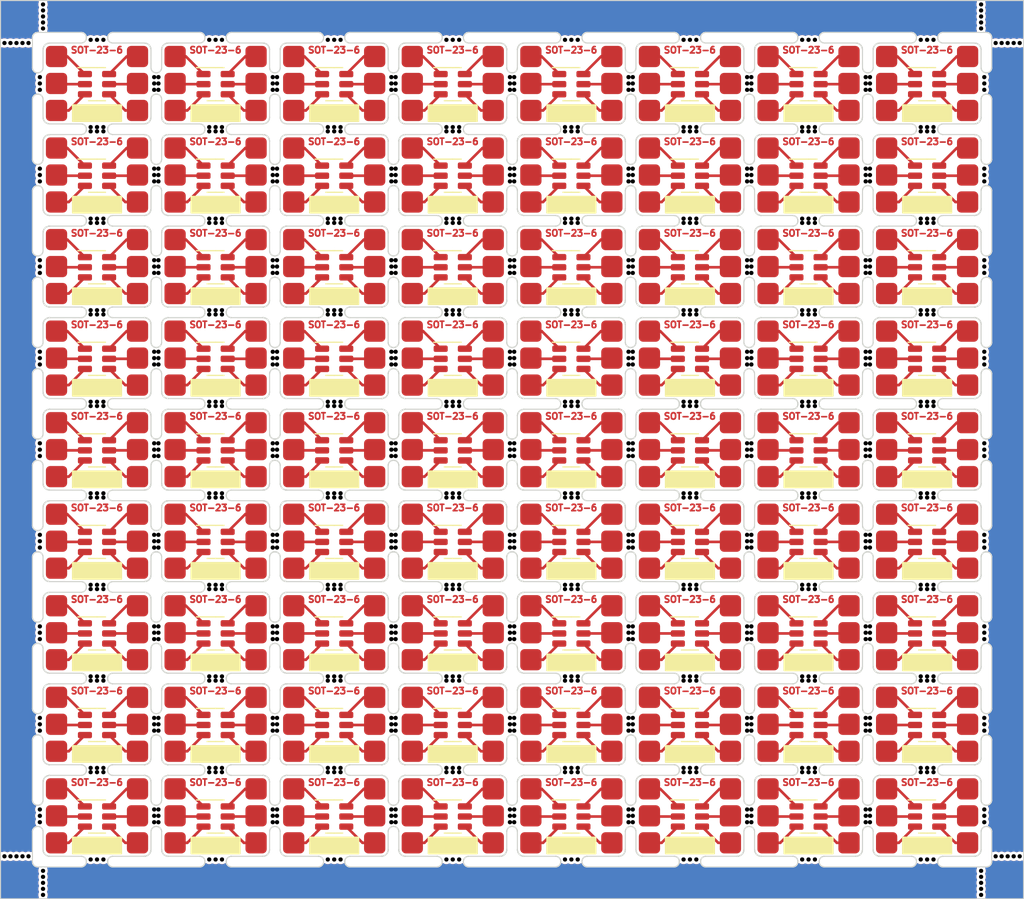
<source format=kicad_pcb>
(kicad_pcb (version 20221018) (generator pcbnew)

  (general
    (thickness 1.6)
  )

  (paper "A4")
  (layers
    (0 "F.Cu" signal)
    (31 "B.Cu" signal)
    (32 "B.Adhes" user "B.Adhesive")
    (33 "F.Adhes" user "F.Adhesive")
    (34 "B.Paste" user)
    (35 "F.Paste" user)
    (36 "B.SilkS" user "B.Silkscreen")
    (37 "F.SilkS" user "F.Silkscreen")
    (38 "B.Mask" user)
    (39 "F.Mask" user)
    (40 "Dwgs.User" user "User.Drawings")
    (41 "Cmts.User" user "User.Comments")
    (42 "Eco1.User" user "User.Eco1")
    (43 "Eco2.User" user "User.Eco2")
    (44 "Edge.Cuts" user)
    (45 "Margin" user)
    (46 "B.CrtYd" user "B.Courtyard")
    (47 "F.CrtYd" user "F.Courtyard")
    (48 "B.Fab" user)
    (49 "F.Fab" user)
    (50 "User.1" user)
    (51 "User.2" user)
    (52 "User.3" user)
    (53 "User.4" user)
    (54 "User.5" user)
    (55 "User.6" user)
    (56 "User.7" user)
    (57 "User.8" user)
    (58 "User.9" user)
  )

  (setup
    (pad_to_mask_clearance 0)
    (aux_axis_origin 100.36 20)
    (grid_origin 100.36 20)
    (pcbplotparams
      (layerselection 0x00010fc_ffffffff)
      (plot_on_all_layers_selection 0x0000000_00000000)
      (disableapertmacros false)
      (usegerberextensions false)
      (usegerberattributes true)
      (usegerberadvancedattributes true)
      (creategerberjobfile true)
      (dashed_line_dash_ratio 12.000000)
      (dashed_line_gap_ratio 3.000000)
      (svgprecision 4)
      (plotframeref false)
      (viasonmask false)
      (mode 1)
      (useauxorigin false)
      (hpglpennumber 1)
      (hpglpenspeed 20)
      (hpglpendiameter 15.000000)
      (dxfpolygonmode true)
      (dxfimperialunits true)
      (dxfusepcbnewfont true)
      (psnegative false)
      (psa4output false)
      (plotreference true)
      (plotvalue true)
      (plotinvisibletext false)
      (sketchpadsonfab false)
      (subtractmaskfromsilk false)
      (outputformat 1)
      (mirror false)
      (drillshape 1)
      (scaleselection 1)
      (outputdirectory "")
    )
  )

  (net 0 "")
  (net 1 "Board_0-Net-(J1-Pin_1)")
  (net 2 "Board_0-Net-(J2-Pin_1)")
  (net 3 "Board_0-Net-(J3-Pin_1)")
  (net 4 "Board_0-Net-(J4-Pin_1)")
  (net 5 "Board_0-Net-(J5-Pin_1)")
  (net 6 "Board_0-Net-(J6-Pin_1)")
  (net 7 "Board_1-Net-(J1-Pin_1)")
  (net 8 "Board_1-Net-(J2-Pin_1)")
  (net 9 "Board_1-Net-(J3-Pin_1)")
  (net 10 "Board_1-Net-(J4-Pin_1)")
  (net 11 "Board_1-Net-(J5-Pin_1)")
  (net 12 "Board_1-Net-(J6-Pin_1)")
  (net 13 "Board_2-Net-(J1-Pin_1)")
  (net 14 "Board_2-Net-(J2-Pin_1)")
  (net 15 "Board_2-Net-(J3-Pin_1)")
  (net 16 "Board_2-Net-(J4-Pin_1)")
  (net 17 "Board_2-Net-(J5-Pin_1)")
  (net 18 "Board_2-Net-(J6-Pin_1)")
  (net 19 "Board_3-Net-(J1-Pin_1)")
  (net 20 "Board_3-Net-(J2-Pin_1)")
  (net 21 "Board_3-Net-(J3-Pin_1)")
  (net 22 "Board_3-Net-(J4-Pin_1)")
  (net 23 "Board_3-Net-(J5-Pin_1)")
  (net 24 "Board_3-Net-(J6-Pin_1)")
  (net 25 "Board_4-Net-(J1-Pin_1)")
  (net 26 "Board_4-Net-(J2-Pin_1)")
  (net 27 "Board_4-Net-(J3-Pin_1)")
  (net 28 "Board_4-Net-(J4-Pin_1)")
  (net 29 "Board_4-Net-(J5-Pin_1)")
  (net 30 "Board_4-Net-(J6-Pin_1)")
  (net 31 "Board_5-Net-(J1-Pin_1)")
  (net 32 "Board_5-Net-(J2-Pin_1)")
  (net 33 "Board_5-Net-(J3-Pin_1)")
  (net 34 "Board_5-Net-(J4-Pin_1)")
  (net 35 "Board_5-Net-(J5-Pin_1)")
  (net 36 "Board_5-Net-(J6-Pin_1)")
  (net 37 "Board_6-Net-(J1-Pin_1)")
  (net 38 "Board_6-Net-(J2-Pin_1)")
  (net 39 "Board_6-Net-(J3-Pin_1)")
  (net 40 "Board_6-Net-(J4-Pin_1)")
  (net 41 "Board_6-Net-(J5-Pin_1)")
  (net 42 "Board_6-Net-(J6-Pin_1)")
  (net 43 "Board_7-Net-(J1-Pin_1)")
  (net 44 "Board_7-Net-(J2-Pin_1)")
  (net 45 "Board_7-Net-(J3-Pin_1)")
  (net 46 "Board_7-Net-(J4-Pin_1)")
  (net 47 "Board_7-Net-(J5-Pin_1)")
  (net 48 "Board_7-Net-(J6-Pin_1)")
  (net 49 "Board_8-Net-(J1-Pin_1)")
  (net 50 "Board_8-Net-(J2-Pin_1)")
  (net 51 "Board_8-Net-(J3-Pin_1)")
  (net 52 "Board_8-Net-(J4-Pin_1)")
  (net 53 "Board_8-Net-(J5-Pin_1)")
  (net 54 "Board_8-Net-(J6-Pin_1)")
  (net 55 "Board_9-Net-(J1-Pin_1)")
  (net 56 "Board_9-Net-(J2-Pin_1)")
  (net 57 "Board_9-Net-(J3-Pin_1)")
  (net 58 "Board_9-Net-(J4-Pin_1)")
  (net 59 "Board_9-Net-(J5-Pin_1)")
  (net 60 "Board_9-Net-(J6-Pin_1)")
  (net 61 "Board_10-Net-(J1-Pin_1)")
  (net 62 "Board_10-Net-(J2-Pin_1)")
  (net 63 "Board_10-Net-(J3-Pin_1)")
  (net 64 "Board_10-Net-(J4-Pin_1)")
  (net 65 "Board_10-Net-(J5-Pin_1)")
  (net 66 "Board_10-Net-(J6-Pin_1)")
  (net 67 "Board_11-Net-(J1-Pin_1)")
  (net 68 "Board_11-Net-(J2-Pin_1)")
  (net 69 "Board_11-Net-(J3-Pin_1)")
  (net 70 "Board_11-Net-(J4-Pin_1)")
  (net 71 "Board_11-Net-(J5-Pin_1)")
  (net 72 "Board_11-Net-(J6-Pin_1)")
  (net 73 "Board_12-Net-(J1-Pin_1)")
  (net 74 "Board_12-Net-(J2-Pin_1)")
  (net 75 "Board_12-Net-(J3-Pin_1)")
  (net 76 "Board_12-Net-(J4-Pin_1)")
  (net 77 "Board_12-Net-(J5-Pin_1)")
  (net 78 "Board_12-Net-(J6-Pin_1)")
  (net 79 "Board_13-Net-(J1-Pin_1)")
  (net 80 "Board_13-Net-(J2-Pin_1)")
  (net 81 "Board_13-Net-(J3-Pin_1)")
  (net 82 "Board_13-Net-(J4-Pin_1)")
  (net 83 "Board_13-Net-(J5-Pin_1)")
  (net 84 "Board_13-Net-(J6-Pin_1)")
  (net 85 "Board_14-Net-(J1-Pin_1)")
  (net 86 "Board_14-Net-(J2-Pin_1)")
  (net 87 "Board_14-Net-(J3-Pin_1)")
  (net 88 "Board_14-Net-(J4-Pin_1)")
  (net 89 "Board_14-Net-(J5-Pin_1)")
  (net 90 "Board_14-Net-(J6-Pin_1)")
  (net 91 "Board_15-Net-(J1-Pin_1)")
  (net 92 "Board_15-Net-(J2-Pin_1)")
  (net 93 "Board_15-Net-(J3-Pin_1)")
  (net 94 "Board_15-Net-(J4-Pin_1)")
  (net 95 "Board_15-Net-(J5-Pin_1)")
  (net 96 "Board_15-Net-(J6-Pin_1)")
  (net 97 "Board_16-Net-(J1-Pin_1)")
  (net 98 "Board_16-Net-(J2-Pin_1)")
  (net 99 "Board_16-Net-(J3-Pin_1)")
  (net 100 "Board_16-Net-(J4-Pin_1)")
  (net 101 "Board_16-Net-(J5-Pin_1)")
  (net 102 "Board_16-Net-(J6-Pin_1)")
  (net 103 "Board_17-Net-(J1-Pin_1)")
  (net 104 "Board_17-Net-(J2-Pin_1)")
  (net 105 "Board_17-Net-(J3-Pin_1)")
  (net 106 "Board_17-Net-(J4-Pin_1)")
  (net 107 "Board_17-Net-(J5-Pin_1)")
  (net 108 "Board_17-Net-(J6-Pin_1)")
  (net 109 "Board_18-Net-(J1-Pin_1)")
  (net 110 "Board_18-Net-(J2-Pin_1)")
  (net 111 "Board_18-Net-(J3-Pin_1)")
  (net 112 "Board_18-Net-(J4-Pin_1)")
  (net 113 "Board_18-Net-(J5-Pin_1)")
  (net 114 "Board_18-Net-(J6-Pin_1)")
  (net 115 "Board_19-Net-(J1-Pin_1)")
  (net 116 "Board_19-Net-(J2-Pin_1)")
  (net 117 "Board_19-Net-(J3-Pin_1)")
  (net 118 "Board_19-Net-(J4-Pin_1)")
  (net 119 "Board_19-Net-(J5-Pin_1)")
  (net 120 "Board_19-Net-(J6-Pin_1)")
  (net 121 "Board_20-Net-(J1-Pin_1)")
  (net 122 "Board_20-Net-(J2-Pin_1)")
  (net 123 "Board_20-Net-(J3-Pin_1)")
  (net 124 "Board_20-Net-(J4-Pin_1)")
  (net 125 "Board_20-Net-(J5-Pin_1)")
  (net 126 "Board_20-Net-(J6-Pin_1)")
  (net 127 "Board_21-Net-(J1-Pin_1)")
  (net 128 "Board_21-Net-(J2-Pin_1)")
  (net 129 "Board_21-Net-(J3-Pin_1)")
  (net 130 "Board_21-Net-(J4-Pin_1)")
  (net 131 "Board_21-Net-(J5-Pin_1)")
  (net 132 "Board_21-Net-(J6-Pin_1)")
  (net 133 "Board_22-Net-(J1-Pin_1)")
  (net 134 "Board_22-Net-(J2-Pin_1)")
  (net 135 "Board_22-Net-(J3-Pin_1)")
  (net 136 "Board_22-Net-(J4-Pin_1)")
  (net 137 "Board_22-Net-(J5-Pin_1)")
  (net 138 "Board_22-Net-(J6-Pin_1)")
  (net 139 "Board_23-Net-(J1-Pin_1)")
  (net 140 "Board_23-Net-(J2-Pin_1)")
  (net 141 "Board_23-Net-(J3-Pin_1)")
  (net 142 "Board_23-Net-(J4-Pin_1)")
  (net 143 "Board_23-Net-(J5-Pin_1)")
  (net 144 "Board_23-Net-(J6-Pin_1)")
  (net 145 "Board_24-Net-(J1-Pin_1)")
  (net 146 "Board_24-Net-(J2-Pin_1)")
  (net 147 "Board_24-Net-(J3-Pin_1)")
  (net 148 "Board_24-Net-(J4-Pin_1)")
  (net 149 "Board_24-Net-(J5-Pin_1)")
  (net 150 "Board_24-Net-(J6-Pin_1)")
  (net 151 "Board_25-Net-(J1-Pin_1)")
  (net 152 "Board_25-Net-(J2-Pin_1)")
  (net 153 "Board_25-Net-(J3-Pin_1)")
  (net 154 "Board_25-Net-(J4-Pin_1)")
  (net 155 "Board_25-Net-(J5-Pin_1)")
  (net 156 "Board_25-Net-(J6-Pin_1)")
  (net 157 "Board_26-Net-(J1-Pin_1)")
  (net 158 "Board_26-Net-(J2-Pin_1)")
  (net 159 "Board_26-Net-(J3-Pin_1)")
  (net 160 "Board_26-Net-(J4-Pin_1)")
  (net 161 "Board_26-Net-(J5-Pin_1)")
  (net 162 "Board_26-Net-(J6-Pin_1)")
  (net 163 "Board_27-Net-(J1-Pin_1)")
  (net 164 "Board_27-Net-(J2-Pin_1)")
  (net 165 "Board_27-Net-(J3-Pin_1)")
  (net 166 "Board_27-Net-(J4-Pin_1)")
  (net 167 "Board_27-Net-(J5-Pin_1)")
  (net 168 "Board_27-Net-(J6-Pin_1)")
  (net 169 "Board_28-Net-(J1-Pin_1)")
  (net 170 "Board_28-Net-(J2-Pin_1)")
  (net 171 "Board_28-Net-(J3-Pin_1)")
  (net 172 "Board_28-Net-(J4-Pin_1)")
  (net 173 "Board_28-Net-(J5-Pin_1)")
  (net 174 "Board_28-Net-(J6-Pin_1)")
  (net 175 "Board_29-Net-(J1-Pin_1)")
  (net 176 "Board_29-Net-(J2-Pin_1)")
  (net 177 "Board_29-Net-(J3-Pin_1)")
  (net 178 "Board_29-Net-(J4-Pin_1)")
  (net 179 "Board_29-Net-(J5-Pin_1)")
  (net 180 "Board_29-Net-(J6-Pin_1)")
  (net 181 "Board_30-Net-(J1-Pin_1)")
  (net 182 "Board_30-Net-(J2-Pin_1)")
  (net 183 "Board_30-Net-(J3-Pin_1)")
  (net 184 "Board_30-Net-(J4-Pin_1)")
  (net 185 "Board_30-Net-(J5-Pin_1)")
  (net 186 "Board_30-Net-(J6-Pin_1)")
  (net 187 "Board_31-Net-(J1-Pin_1)")
  (net 188 "Board_31-Net-(J2-Pin_1)")
  (net 189 "Board_31-Net-(J3-Pin_1)")
  (net 190 "Board_31-Net-(J4-Pin_1)")
  (net 191 "Board_31-Net-(J5-Pin_1)")
  (net 192 "Board_31-Net-(J6-Pin_1)")
  (net 193 "Board_32-Net-(J1-Pin_1)")
  (net 194 "Board_32-Net-(J2-Pin_1)")
  (net 195 "Board_32-Net-(J3-Pin_1)")
  (net 196 "Board_32-Net-(J4-Pin_1)")
  (net 197 "Board_32-Net-(J5-Pin_1)")
  (net 198 "Board_32-Net-(J6-Pin_1)")
  (net 199 "Board_33-Net-(J1-Pin_1)")
  (net 200 "Board_33-Net-(J2-Pin_1)")
  (net 201 "Board_33-Net-(J3-Pin_1)")
  (net 202 "Board_33-Net-(J4-Pin_1)")
  (net 203 "Board_33-Net-(J5-Pin_1)")
  (net 204 "Board_33-Net-(J6-Pin_1)")
  (net 205 "Board_34-Net-(J1-Pin_1)")
  (net 206 "Board_34-Net-(J2-Pin_1)")
  (net 207 "Board_34-Net-(J3-Pin_1)")
  (net 208 "Board_34-Net-(J4-Pin_1)")
  (net 209 "Board_34-Net-(J5-Pin_1)")
  (net 210 "Board_34-Net-(J6-Pin_1)")
  (net 211 "Board_35-Net-(J1-Pin_1)")
  (net 212 "Board_35-Net-(J2-Pin_1)")
  (net 213 "Board_35-Net-(J3-Pin_1)")
  (net 214 "Board_35-Net-(J4-Pin_1)")
  (net 215 "Board_35-Net-(J5-Pin_1)")
  (net 216 "Board_35-Net-(J6-Pin_1)")
  (net 217 "Board_36-Net-(J1-Pin_1)")
  (net 218 "Board_36-Net-(J2-Pin_1)")
  (net 219 "Board_36-Net-(J3-Pin_1)")
  (net 220 "Board_36-Net-(J4-Pin_1)")
  (net 221 "Board_36-Net-(J5-Pin_1)")
  (net 222 "Board_36-Net-(J6-Pin_1)")
  (net 223 "Board_37-Net-(J1-Pin_1)")
  (net 224 "Board_37-Net-(J2-Pin_1)")
  (net 225 "Board_37-Net-(J3-Pin_1)")
  (net 226 "Board_37-Net-(J4-Pin_1)")
  (net 227 "Board_37-Net-(J5-Pin_1)")
  (net 228 "Board_37-Net-(J6-Pin_1)")
  (net 229 "Board_38-Net-(J1-Pin_1)")
  (net 230 "Board_38-Net-(J2-Pin_1)")
  (net 231 "Board_38-Net-(J3-Pin_1)")
  (net 232 "Board_38-Net-(J4-Pin_1)")
  (net 233 "Board_38-Net-(J5-Pin_1)")
  (net 234 "Board_38-Net-(J6-Pin_1)")
  (net 235 "Board_39-Net-(J1-Pin_1)")
  (net 236 "Board_39-Net-(J2-Pin_1)")
  (net 237 "Board_39-Net-(J3-Pin_1)")
  (net 238 "Board_39-Net-(J4-Pin_1)")
  (net 239 "Board_39-Net-(J5-Pin_1)")
  (net 240 "Board_39-Net-(J6-Pin_1)")
  (net 241 "Board_40-Net-(J1-Pin_1)")
  (net 242 "Board_40-Net-(J2-Pin_1)")
  (net 243 "Board_40-Net-(J3-Pin_1)")
  (net 244 "Board_40-Net-(J4-Pin_1)")
  (net 245 "Board_40-Net-(J5-Pin_1)")
  (net 246 "Board_40-Net-(J6-Pin_1)")
  (net 247 "Board_41-Net-(J1-Pin_1)")
  (net 248 "Board_41-Net-(J2-Pin_1)")
  (net 249 "Board_41-Net-(J3-Pin_1)")
  (net 250 "Board_41-Net-(J4-Pin_1)")
  (net 251 "Board_41-Net-(J5-Pin_1)")
  (net 252 "Board_41-Net-(J6-Pin_1)")
  (net 253 "Board_42-Net-(J1-Pin_1)")
  (net 254 "Board_42-Net-(J2-Pin_1)")
  (net 255 "Board_42-Net-(J3-Pin_1)")
  (net 256 "Board_42-Net-(J4-Pin_1)")
  (net 257 "Board_42-Net-(J5-Pin_1)")
  (net 258 "Board_42-Net-(J6-Pin_1)")
  (net 259 "Board_43-Net-(J1-Pin_1)")
  (net 260 "Board_43-Net-(J2-Pin_1)")
  (net 261 "Board_43-Net-(J3-Pin_1)")
  (net 262 "Board_43-Net-(J4-Pin_1)")
  (net 263 "Board_43-Net-(J5-Pin_1)")
  (net 264 "Board_43-Net-(J6-Pin_1)")
  (net 265 "Board_44-Net-(J1-Pin_1)")
  (net 266 "Board_44-Net-(J2-Pin_1)")
  (net 267 "Board_44-Net-(J3-Pin_1)")
  (net 268 "Board_44-Net-(J4-Pin_1)")
  (net 269 "Board_44-Net-(J5-Pin_1)")
  (net 270 "Board_44-Net-(J6-Pin_1)")
  (net 271 "Board_45-Net-(J1-Pin_1)")
  (net 272 "Board_45-Net-(J2-Pin_1)")
  (net 273 "Board_45-Net-(J3-Pin_1)")
  (net 274 "Board_45-Net-(J4-Pin_1)")
  (net 275 "Board_45-Net-(J5-Pin_1)")
  (net 276 "Board_45-Net-(J6-Pin_1)")
  (net 277 "Board_46-Net-(J1-Pin_1)")
  (net 278 "Board_46-Net-(J2-Pin_1)")
  (net 279 "Board_46-Net-(J3-Pin_1)")
  (net 280 "Board_46-Net-(J4-Pin_1)")
  (net 281 "Board_46-Net-(J5-Pin_1)")
  (net 282 "Board_46-Net-(J6-Pin_1)")
  (net 283 "Board_47-Net-(J1-Pin_1)")
  (net 284 "Board_47-Net-(J2-Pin_1)")
  (net 285 "Board_47-Net-(J3-Pin_1)")
  (net 286 "Board_47-Net-(J4-Pin_1)")
  (net 287 "Board_47-Net-(J5-Pin_1)")
  (net 288 "Board_47-Net-(J6-Pin_1)")
  (net 289 "Board_48-Net-(J1-Pin_1)")
  (net 290 "Board_48-Net-(J2-Pin_1)")
  (net 291 "Board_48-Net-(J3-Pin_1)")
  (net 292 "Board_48-Net-(J4-Pin_1)")
  (net 293 "Board_48-Net-(J5-Pin_1)")
  (net 294 "Board_48-Net-(J6-Pin_1)")
  (net 295 "Board_49-Net-(J1-Pin_1)")
  (net 296 "Board_49-Net-(J2-Pin_1)")
  (net 297 "Board_49-Net-(J3-Pin_1)")
  (net 298 "Board_49-Net-(J4-Pin_1)")
  (net 299 "Board_49-Net-(J5-Pin_1)")
  (net 300 "Board_49-Net-(J6-Pin_1)")
  (net 301 "Board_50-Net-(J1-Pin_1)")
  (net 302 "Board_50-Net-(J2-Pin_1)")
  (net 303 "Board_50-Net-(J3-Pin_1)")
  (net 304 "Board_50-Net-(J4-Pin_1)")
  (net 305 "Board_50-Net-(J5-Pin_1)")
  (net 306 "Board_50-Net-(J6-Pin_1)")
  (net 307 "Board_51-Net-(J1-Pin_1)")
  (net 308 "Board_51-Net-(J2-Pin_1)")
  (net 309 "Board_51-Net-(J3-Pin_1)")
  (net 310 "Board_51-Net-(J4-Pin_1)")
  (net 311 "Board_51-Net-(J5-Pin_1)")
  (net 312 "Board_51-Net-(J6-Pin_1)")
  (net 313 "Board_52-Net-(J1-Pin_1)")
  (net 314 "Board_52-Net-(J2-Pin_1)")
  (net 315 "Board_52-Net-(J3-Pin_1)")
  (net 316 "Board_52-Net-(J4-Pin_1)")
  (net 317 "Board_52-Net-(J5-Pin_1)")
  (net 318 "Board_52-Net-(J6-Pin_1)")
  (net 319 "Board_53-Net-(J1-Pin_1)")
  (net 320 "Board_53-Net-(J2-Pin_1)")
  (net 321 "Board_53-Net-(J3-Pin_1)")
  (net 322 "Board_53-Net-(J4-Pin_1)")
  (net 323 "Board_53-Net-(J5-Pin_1)")
  (net 324 "Board_53-Net-(J6-Pin_1)")
  (net 325 "Board_54-Net-(J1-Pin_1)")
  (net 326 "Board_54-Net-(J2-Pin_1)")
  (net 327 "Board_54-Net-(J3-Pin_1)")
  (net 328 "Board_54-Net-(J4-Pin_1)")
  (net 329 "Board_54-Net-(J5-Pin_1)")
  (net 330 "Board_54-Net-(J6-Pin_1)")
  (net 331 "Board_55-Net-(J1-Pin_1)")
  (net 332 "Board_55-Net-(J2-Pin_1)")
  (net 333 "Board_55-Net-(J3-Pin_1)")
  (net 334 "Board_55-Net-(J4-Pin_1)")
  (net 335 "Board_55-Net-(J5-Pin_1)")
  (net 336 "Board_55-Net-(J6-Pin_1)")
  (net 337 "Board_56-Net-(J1-Pin_1)")
  (net 338 "Board_56-Net-(J2-Pin_1)")
  (net 339 "Board_56-Net-(J3-Pin_1)")
  (net 340 "Board_56-Net-(J4-Pin_1)")
  (net 341 "Board_56-Net-(J5-Pin_1)")
  (net 342 "Board_56-Net-(J6-Pin_1)")
  (net 343 "Board_57-Net-(J1-Pin_1)")
  (net 344 "Board_57-Net-(J2-Pin_1)")
  (net 345 "Board_57-Net-(J3-Pin_1)")
  (net 346 "Board_57-Net-(J4-Pin_1)")
  (net 347 "Board_57-Net-(J5-Pin_1)")
  (net 348 "Board_57-Net-(J6-Pin_1)")
  (net 349 "Board_58-Net-(J1-Pin_1)")
  (net 350 "Board_58-Net-(J2-Pin_1)")
  (net 351 "Board_58-Net-(J3-Pin_1)")
  (net 352 "Board_58-Net-(J4-Pin_1)")
  (net 353 "Board_58-Net-(J5-Pin_1)")
  (net 354 "Board_58-Net-(J6-Pin_1)")
  (net 355 "Board_59-Net-(J1-Pin_1)")
  (net 356 "Board_59-Net-(J2-Pin_1)")
  (net 357 "Board_59-Net-(J3-Pin_1)")
  (net 358 "Board_59-Net-(J4-Pin_1)")
  (net 359 "Board_59-Net-(J5-Pin_1)")
  (net 360 "Board_59-Net-(J6-Pin_1)")
  (net 361 "Board_60-Net-(J1-Pin_1)")
  (net 362 "Board_60-Net-(J2-Pin_1)")
  (net 363 "Board_60-Net-(J3-Pin_1)")
  (net 364 "Board_60-Net-(J4-Pin_1)")
  (net 365 "Board_60-Net-(J5-Pin_1)")
  (net 366 "Board_60-Net-(J6-Pin_1)")
  (net 367 "Board_61-Net-(J1-Pin_1)")
  (net 368 "Board_61-Net-(J2-Pin_1)")
  (net 369 "Board_61-Net-(J3-Pin_1)")
  (net 370 "Board_61-Net-(J4-Pin_1)")
  (net 371 "Board_61-Net-(J5-Pin_1)")
  (net 372 "Board_61-Net-(J6-Pin_1)")
  (net 373 "Board_62-Net-(J1-Pin_1)")
  (net 374 "Board_62-Net-(J2-Pin_1)")
  (net 375 "Board_62-Net-(J3-Pin_1)")
  (net 376 "Board_62-Net-(J4-Pin_1)")
  (net 377 "Board_62-Net-(J5-Pin_1)")
  (net 378 "Board_62-Net-(J6-Pin_1)")
  (net 379 "Board_63-Net-(J1-Pin_1)")
  (net 380 "Board_63-Net-(J2-Pin_1)")
  (net 381 "Board_63-Net-(J3-Pin_1)")
  (net 382 "Board_63-Net-(J4-Pin_1)")
  (net 383 "Board_63-Net-(J5-Pin_1)")
  (net 384 "Board_63-Net-(J6-Pin_1)")
  (net 385 "Board_64-Net-(J1-Pin_1)")
  (net 386 "Board_64-Net-(J2-Pin_1)")
  (net 387 "Board_64-Net-(J3-Pin_1)")
  (net 388 "Board_64-Net-(J4-Pin_1)")
  (net 389 "Board_64-Net-(J5-Pin_1)")
  (net 390 "Board_64-Net-(J6-Pin_1)")
  (net 391 "Board_65-Net-(J1-Pin_1)")
  (net 392 "Board_65-Net-(J2-Pin_1)")
  (net 393 "Board_65-Net-(J3-Pin_1)")
  (net 394 "Board_65-Net-(J4-Pin_1)")
  (net 395 "Board_65-Net-(J5-Pin_1)")
  (net 396 "Board_65-Net-(J6-Pin_1)")
  (net 397 "Board_66-Net-(J1-Pin_1)")
  (net 398 "Board_66-Net-(J2-Pin_1)")
  (net 399 "Board_66-Net-(J3-Pin_1)")
  (net 400 "Board_66-Net-(J4-Pin_1)")
  (net 401 "Board_66-Net-(J5-Pin_1)")
  (net 402 "Board_66-Net-(J6-Pin_1)")
  (net 403 "Board_67-Net-(J1-Pin_1)")
  (net 404 "Board_67-Net-(J2-Pin_1)")
  (net 405 "Board_67-Net-(J3-Pin_1)")
  (net 406 "Board_67-Net-(J4-Pin_1)")
  (net 407 "Board_67-Net-(J5-Pin_1)")
  (net 408 "Board_67-Net-(J6-Pin_1)")
  (net 409 "Board_68-Net-(J1-Pin_1)")
  (net 410 "Board_68-Net-(J2-Pin_1)")
  (net 411 "Board_68-Net-(J3-Pin_1)")
  (net 412 "Board_68-Net-(J4-Pin_1)")
  (net 413 "Board_68-Net-(J5-Pin_1)")
  (net 414 "Board_68-Net-(J6-Pin_1)")
  (net 415 "Board_69-Net-(J1-Pin_1)")
  (net 416 "Board_69-Net-(J2-Pin_1)")
  (net 417 "Board_69-Net-(J3-Pin_1)")
  (net 418 "Board_69-Net-(J4-Pin_1)")
  (net 419 "Board_69-Net-(J5-Pin_1)")
  (net 420 "Board_69-Net-(J6-Pin_1)")
  (net 421 "Board_70-Net-(J1-Pin_1)")
  (net 422 "Board_70-Net-(J2-Pin_1)")
  (net 423 "Board_70-Net-(J3-Pin_1)")
  (net 424 "Board_70-Net-(J4-Pin_1)")
  (net 425 "Board_70-Net-(J5-Pin_1)")
  (net 426 "Board_70-Net-(J6-Pin_1)")
  (net 427 "Board_71-Net-(J1-Pin_1)")
  (net 428 "Board_71-Net-(J2-Pin_1)")
  (net 429 "Board_71-Net-(J3-Pin_1)")
  (net 430 "Board_71-Net-(J4-Pin_1)")
  (net 431 "Board_71-Net-(J5-Pin_1)")
  (net 432 "Board_71-Net-(J6-Pin_1)")

  (footprint "NPTH" (layer "F.Cu") (at 187.56 40.94))

  (footprint "NPTH" (layer "F.Cu") (at 120.599972 49.159593))

  (footprint "NPTH" (layer "F.Cu") (at 142.919972 57.779593))

  (footprint "CustSymbols:ManhattanPad" (layer "F.Cu") (at 105.63 70.91))

  (footprint "NPTH" (layer "F.Cu") (at 137.14 27.21))

  (footprint "NPTH" (layer "F.Cu") (at 114.82 53.67))

  (footprint "NPTH" (layer "F.Cu") (at 137.540405 27.809962))

  (footprint "NPTH" (layer "F.Cu") (at 125.98 54.27))

  (footprint "CustSymbols:ManhattanPad" (layer "F.Cu") (at 146.73 62.29))

  (footprint "NPTH" (layer "F.Cu") (at 115.220482 53.069961))

  (footprint "NPTH" (layer "F.Cu") (at 182.180405 96.769961))

  (footprint "CustSymbols:ManhattanPad" (layer "F.Cu") (at 146.73 73.45))

  (footprint "CustSymbols:ManhattanPad" (layer "F.Cu") (at 157.89 99.31))

  (footprint "NPTH" (layer "F.Cu") (at 153.48 75.42))

  (footprint "Package_TO_SOT_SMD:SOT-23-6" (layer "F.Cu") (at 165.24 70.976))

  (footprint "CustSymbols:ManhattanPad" (layer "F.Cu") (at 116.79 88.15))

  (footprint "Package_TO_SOT_SMD:SOT-23-6" (layer "F.Cu") (at 176.4 96.836))

  (footprint "CustSymbols:ManhattanPad" (layer "F.Cu") (at 191.37 64.83))

  (footprint "NPTH" (layer "F.Cu") (at 137.540328 37.029961))

  (footprint "CustSymbols:ManhattanPad" (layer "F.Cu") (at 116.79 51.13))

  (footprint "CustSymbols:ManhattanPad" (layer "F.Cu") (at 157.89 59.75))

  (footprint "NPTH" (layer "F.Cu") (at 137.540482 87.549961))

  (footprint "Package_TO_SOT_SMD:SOT-23-6" (layer "F.Cu") (at 120.6 45.116))

  (footprint "NPTH" (layer "F.Cu") (at 192.94 45.65))

  (footprint "NPTH" (layer "F.Cu") (at 182.180405 36.429961))

  (footprint "CustSymbols:ManhattanPad" (layer "F.Cu") (at 169.05 90.69))

  (footprint "NPTH" (layer "F.Cu") (at 115.220405 79.529961))

  (footprint "NPTH" (layer "F.Cu") (at 132.36 92.66))

  (footprint "NPTH" (layer "F.Cu") (at 159.860482 35.829961))

  (footprint "NPTH" (layer "F.Cu") (at 114.82 54.27))

  (footprint "NPTH" (layer "F.Cu") (at 104.060329 71.509961))

  (footprint "NPTH" (layer "F.Cu") (at 175.799972 75.019539))

  (footprint "CustSymbols:ManhattanPad" (layer "F.Cu") (at 113.25 76.99))

  (footprint "NPTH" (layer "F.Cu") (at 125.98 28.41))

  (footprint "NPTH" (layer "F.Cu") (at 170.62 27.81))

  (footprint "NPTH" (layer "F.Cu") (at 114.82 35.83))

  (footprint "NPTH" (layer "F.Cu") (at 165.239972 40.539593))

  (footprint "NPTH" (layer "F.Cu") (at 148.700405 88.149961))

  (footprint "CustSymbols:ManhattanPad" (layer "F.Cu") (at 116.79 64.83))

  (footprint "Package_TO_SOT_SMD:SOT-23-6" (layer "F.Cu") (at 165.24 88.216))

  (footprint "NPTH" (layer "F.Cu") (at 159.860328 88.749961))

  (footprint "NPTH" (layer "F.Cu") (at 121.199972 40.539648))

  (footprint "NPTH" (layer "F.Cu") (at 164.64 40.94))

  (footprint "NPTH" (layer "F.Cu") (at 126.380405 36.429961))

  (footprint "NPTH" (layer "F.Cu") (at 153.479972 31.919539))

  (footprint "CustSymbols:ManhattanPad" (layer "F.Cu") (at 180.21 94.23))

  (footprint "NPTH" (layer "F.Cu") (at 143.52 49.56))

  (footprint "CustSymbols:ManhattanPad" (layer "F.Cu") (at 191.37 38.97))

  (footprint "NPTH" (layer "F.Cu") (at 142.32 58.18))

  (footprint "CustSymbols:ManhattanPad" (layer "F.Cu") (at 127.95 51.13))

  (footprint "NPTH" (layer "F.Cu") (at 108.839973 49.159539))

  (footprint "CustSymbols:ManhattanPad" (layer "F.Cu") (at 116.79 94.23))

  (footprint "NPTH" (layer "F.Cu") (at 195.706666 100.58))

  (footprint "NPTH" (layer "F.Cu") (at 159.46 27.81))

  (footprint "NPTH" (layer "F.Cu") (at 104.060329 97.369961))

  (footprint "NPTH" (layer "F.Cu") (at 114.82 87.55))

  (footprint "NPTH" (layer "F.Cu") (at 159.860482 70.309961))

  (footprint "CustSymbols:ManhattanPad" (layer "F.Cu") (at 113.25 94.23))

  (footprint "NPTH" (layer "F.Cu") (at 137.14 45.05))

  (footprint "NPTH" (layer "F.Cu") (at 181.78 54.27))

  (footprint "NPTH" (layer "F.Cu") (at 170.62 53.07))

  (footprint "CustSymbols:ManhattanPad" (layer "F.Cu") (at 127.95 64.83))

  (footprint "NPTH" (layer "F.Cu") (at 192.94 96.17))

  (footprint "NPTH" (layer "F.Cu") (at 125.98 53.67))

  (footprint "NPTH" (layer "F.Cu") (at 102.993334 24))

  (footprint "CustSymbols:ManhattanPad" (layer "F.Cu") (at 169.05 96.77))

  (footprint "NPTH" (layer "F.Cu") (at 131.759972 40.539593))

  (footprint "NPTH" (layer "F.Cu") (at 114.82 70.91))

  (footprint "CustSymbols:ManhattanPad" (layer "F.Cu") (at 180.21 36.43))

  (footprint "CustSymbols:ManhattanPad" (layer "F.Cu") (at 150.27 76.99))

  (footprint "NPTH" (layer "F.Cu") (at 110.039972 31.919648))

  (footprint "NPTH" (layer "F.Cu") (at 115.220328 97.369961))

  (footprint "NPTH" (layer "F.Cu") (at 143.52 40.94))

  (footprint "NPTH" (layer "F.Cu") (at 110.039972 83.639648))

  (footprint "NPTH" (layer "F.Cu") (at 109.44 23.7))

  (footprint "NPTH" (layer "F.Cu") (at 108.84 92.66))

  (footprint "NPTH" (layer "F.Cu") (at 192.94 97.37))

  (footprint "NPTH" (layer "F.Cu") (at 159.860405 53.669961))

  (footprint "CustSymbols:ManhattanPad" (layer "F.Cu") (at 150.27 82.07))

  (footprint "NPTH" (layer "F.Cu") (at 100.726667 100.58))

  (footprint "NPTH" (layer "F.Cu") (at 165.839972 92.259648))

  (footprint "NPTH" (layer "F.Cu") (at 182.180482 78.929961))

  (footprint "NPTH" (layer "F.Cu") (at 154.68 49.56))

  (footprint "NPTH" (layer "F.Cu") (at 175.8 84.04))

  (footprint "NPTH" (layer "F.Cu") (at 164.639972 92.259539))

  (footprint "NPTH" (layer "F.Cu") (at 154.079972 83.639593))

  (footprint "NPTH" (layer "F.Cu") (at 110.039972 49.159648))

  (footprint "Package_TO_SOT_SMD:SOT-23-6" (layer "F.Cu") (at 187.56 36.496))

  (footprint "CustSymbols:ManhattanPad" (layer "F.Cu") (at 124.41 99.31))

  (footprint "NPTH" (layer "F.Cu") (at 119.999972 57.779539))

  (footprint "CustSymbols:ManhattanPad" (layer "F.Cu") (at 183.75 36.43))

  (footprint "CustSymbols:ManhattanPad" (layer "F.Cu") (at 183.75 70.91))

  (footprint "NPTH" (layer "F.Cu") (at 143.519972 100.879648))

  (footprint "CustSymbols:ManhattanPad" (layer "F.Cu") (at 172.59 96.77))

  (footprint "NPTH" (layer "F.Cu") (at 148.3 79.53))

  (footprint "NPTH" (layer "F.Cu") (at 188.159972 75.019648))

  (footprint "CustSymbols:ManhattanPad" (layer "F.Cu") (at 183.75 47.59))

  (footprint "CustSymbols:ManhattanPad" (layer "F.Cu") (at 105.63 42.51))

  (footprint "NPTH" (layer "F.Cu") (at 148.3 61.69))

  (footprint "NPTH" (layer "F.Cu") (at 164.639972 100.879539))

  (footprint "NPTH" (layer "F.Cu") (at 164.64 32.32))

  (footprint "NPTH" (layer "F.Cu") (at 188.159972 57.779648))

  (footprint "NPTH" (layer "F.Cu") (at 164.639972 75.019539))

  (footprint "CustSymbols:ManhattanPad" (layer "F.Cu") (at 172.59 45.05))

  (footprint "NPTH" (layer "F.Cu") (at 132.359972 66.399648))

  (footprint "NPTH" (layer "F.Cu") (at 148.3 53.67))

  (footprint "NPTH" (layer "F.Cu") (at 154.679972 100.879648))

  (footprint "CustSymbols:ManhattanPad" (layer "F.Cu") (at 139.11 38.97))

  (footprint "CustSymbols:ManhattanPad" (layer "F.Cu") (at 150.27 96.77))

  (footprint "NPTH" (layer "F.Cu") (at 126.380405 53.669961))

  (footprint "NPTH" (layer "F.Cu") (at 114.82 80.13))

  (footprint "CustSymbols:ManhattanPad" (layer "F.Cu") (at 172.59 90.69))

  (footprint "CustSymbols:ManhattanPad" (layer "F.Cu") (at 146.73 25.27))

  (footprint "NPTH" (layer "F.Cu") (at 110.04 92.66))

  (footprint "NPTH" (layer "F.Cu") (at 120.599972 92.259593))

  (footprint "NPTH" (layer "F.Cu") (at 181.78 62.89))

  (footprint "NPTH" (layer "F.Cu") (at 188.159972 40.539648))

  (footprint "NPTH" (layer "F.Cu") (at 142.919972 92.259593))

  (footprint "NPTH" (layer "F.Cu") (at 137.540482 70.309961))

  (footprint "NPTH" (layer "F.Cu") (at 114.82 97.37))

  (footprint "NPTH" (layer "F.Cu") (at 187.56 75.42))

  (footprint "NPTH" (layer "F.Cu") (at 165.839972 57.779648))

  (footprint "CustSymbols:ManhattanPad" (layer "F.Cu") (at 191.37 42.51))

  (footprint "CustSymbols:ManhattanPad" (layer "F.Cu") (at 183.75 88.15))

  (footprint "CustSymbols:ManhattanPad" (layer "F.Cu") (at 146.73 42.51))

  (footprint "CustSymbols:ManhattanPad" (layer "F.Cu") (at 146.73 76.99))

  (footprint "NPTH" (layer "F.Cu") (at 125.98 45.65))

  (footprint "CustSymbols:ManhattanPad" (layer "F.Cu") (at 150.27 73.45))

  (footprint "CustSymbols:ManhattanPad" (layer "F.Cu") (at 116.79 85.61))

  (footprint "NPTH" (layer "F.Cu") (at 125.98 96.17))

  (footprint "NPTH" (layer "F.Cu") (at 108.839973 66.399539))

  (footprint "NPTH" (layer "F.Cu") (at 186.959972 92.259539))

  (footprint "NPTH" (layer "F.Cu") (at 102.993334 100.58))

  (footprint "NPTH" (layer "F.Cu") (at 110.039972 75.019648))

  (footprint "CustSymbols:ManhattanPad" (layer "F.Cu") (at 127.95 85.61))

  (footprint "NPTH" (layer "F.Cu") (at 192.94 53.67))

  (footprint "NPTH" (layer "F.Cu") (at 170.62 45.65))

  (footprint "NPTH" (layer "F.Cu") (at 154.68 66.8))

  (footprint "NPTH" (layer "F.Cu") (at 182.180482 53.069961))

  (footprint "CustSymbols:ManhattanPad" (layer "F.Cu") (at 124.41 47.59))

  (footprint "NPTH" (layer "F.Cu") (at 159.46 37.03))

  (footprint "CustSymbols:ManhattanPad" (layer "F.Cu") (at 172.59 76.99))

  (footprint "CustSymbols:ManhattanPad" (layer "F.Cu") (at 135.57 56.21))

  (footprint "CustSymbols:ManhattanPad" (layer "F.Cu") (at 183.75 76.99))

  (footprint "NPTH" (layer "F.Cu") (at 104.36 104.213333))

  (footprint "Package_TO_SOT_SMD:SOT-23-6" (layer "F.Cu") (at 165.24 27.876))

  (footprint "NPTH" (layer "F.Cu") (at 171.020482 96.169961))

  (footprint "NPTH" (layer "F.Cu") (at 175.8 92.66))

  (footprint "NPTH" (layer "F.Cu") (at 177 58.18))

  (footprint "NPTH" (layer "F.Cu") (at 104.36 22.633334))

  (footprint "NPTH" (layer "F.Cu") (at 181.78 71.51))

  (footprint "NPTH" (layer "F.Cu") (at 109.439973 31.919593))

  (footprint "NPTH" (layer "F.Cu") (at 125.98 27.21))

  (footprint "NPTH" (layer "F.Cu") (at 192.94 37.03))

  (footprint "NPTH" (layer "F.Cu") (at 159.860405 79.529961))

  (footprint "NPTH" (layer "F.Cu") (at 164.64 75.42))

  (footprint "NPTH" (layer "F.Cu") (at 110.04 58.18))

  (footprint "NPTH" (layer "F.Cu") (at 170.62 88.75))

  (footprint "NPTH" (layer "F.Cu") (at 119.999972 75.019539))

  (footprint "NPTH" (layer "F.Cu") (at 187.56 92.66))

  (footprint "NPTH" (layer "F.Cu") (at 137.540328 62.889961))

  (footprint "CustSymbols:ManhattanPad" (layer "F.Cu") (at 105.63 56.21))

  (footprint "NPTH" (layer "F.Cu") (at 170.62 53.67))

  (footprint "Package_TO_SOT_SMD:SOT-23-6" (layer "F.Cu") (at 131.76 27.876))

  (footprint "NPTH" (layer "F.Cu") (at 192.94 96.77))

  (footprint "NPTH" (layer "F.Cu") (at 159.46 36.43))

  (footprint "NPTH" (layer "F.Cu") (at 176.399972 66.399593))

  (footprint "NPTH" (layer "F.Cu") (at 142.32 75.42))

  (footprint "CustSymbols:ManhattanPad" (layer "F.Cu") (at 139.11 70.91))

  (footprint "NPTH" (layer "F.Cu") (at 171.020405 96.769961))

  (footprint "CustSymbols:ManhattanPad" (layer "F.Cu") (at 146.73 94.23))

  (footprint "CustSymbols:ManhattanPad" (layer "F.Cu") (at 172.59 38.97))

  (footprint "NPTH" (layer "F.Cu") (at 165.24 58.18))

  (footprint "NPTH" (layer "F.Cu") (at 126.380482 35.829961))

  (footprint "NPTH" (layer "F.Cu") (at 137.540328 45.649961))

  (footprint "NPTH" (layer "F.Cu") (at 159.860482 96.169961))

  (footprint "CustSymbols:ManhattanPad" (layer "F.Cu") (at 105.63 36.43))

  (footprint "NPTH" (layer "F.Cu") (at 125.98 45.05))

  (footprint "CustSymbols:ManhattanPad" (layer "F.Cu") (at 172.59 53.67))

  (footprint "CustSymbols:ManhattanPad" (layer "F.Cu") (at 113.25 51.13))

  (footprint "NPTH" (layer "F.Cu") (at 171.020482 44.449961))

  (footprint "NPTH" (layer "F.Cu") (at 108.84 23.7))

  (footprint "CustSymbols:ManhattanPad" (layer "F.Cu") (at 172.59 42.51))

  (footprint "CustSymbols:ManhattanPad" (layer "F.Cu") (at 135.57 73.45))

  (footprint "CustSymbols:ManhattanPad" (layer "F.Cu") (at 169.05 25.27))

  (footprint "NPTH" (layer "F.Cu") (at 165.84 23.7))

  (footprint "NPTH" (layer "F.Cu") (at 142.319972 49.159539))

  (footprint "CustSymbols:ManhattanPad" (layer "F.Cu") (at 146.73 88.15))

  (footprint "NPTH" (layer "F.Cu") (at 192.94 28.41))

  (footprint "NPTH" (layer "F.Cu") (at 170.62 70.91))

  (footprint "NPTH" (layer "F.Cu") (at 148.3 28.41))

  (footprint "NPTH" (layer "F.Cu") (at 108.839973 31.919539))

  (footprint "NPTH" (layer "F.Cu") (at 148.700328 54.269961))

  (footprint "NPTH" (layer "F.Cu") (at 121.199972 66.399648))

  (footprint "NPTH" (layer "F.Cu") (at 131.76 58.18))

  (footprint "NPTH" (layer "F.Cu") (at 187.56 32.32))

  (footprint "NPTH" (layer "F.Cu") (at 137.540482 44.449961))

  (footprint "NPTH" (layer "F.Cu") (at 194.006666 100.58))

  (footprint "NPTH" (layer "F.Cu") (at 125.98 61.69))

  (footprint "NPTH" (layer "F.Cu") (at 115.220405 96.769961))

  (footprint "CustSymbols:ManhattanPad" (layer "F.Cu") (at 161.43 82.07))

  (footprint "NPTH" (layer "F.Cu") (at 182.180482 70.309961))

  (footprint "NPTH" (layer "F.Cu") (at 137.14 87.55))

  (footprint "CustSymbols:ManhattanPad" (layer "F.Cu") (at 191.37 53.67))

  (footprint "NPTH" (layer "F.Cu") (at 126.380482 96.169961))

  (footprint "NPTH" (layer "F.Cu")
    (tstamp 23033503-df28-4452-a0e7-b934f2389ae5)
    (at 115.220328 54.269961)
    (attr through_hole)
    (fp_text reference "KiKit_MB_101_4" (at 0 0.5) (layer "F.SilkS") hide
        (effects (fon
... [12044401 chars truncated]
</source>
